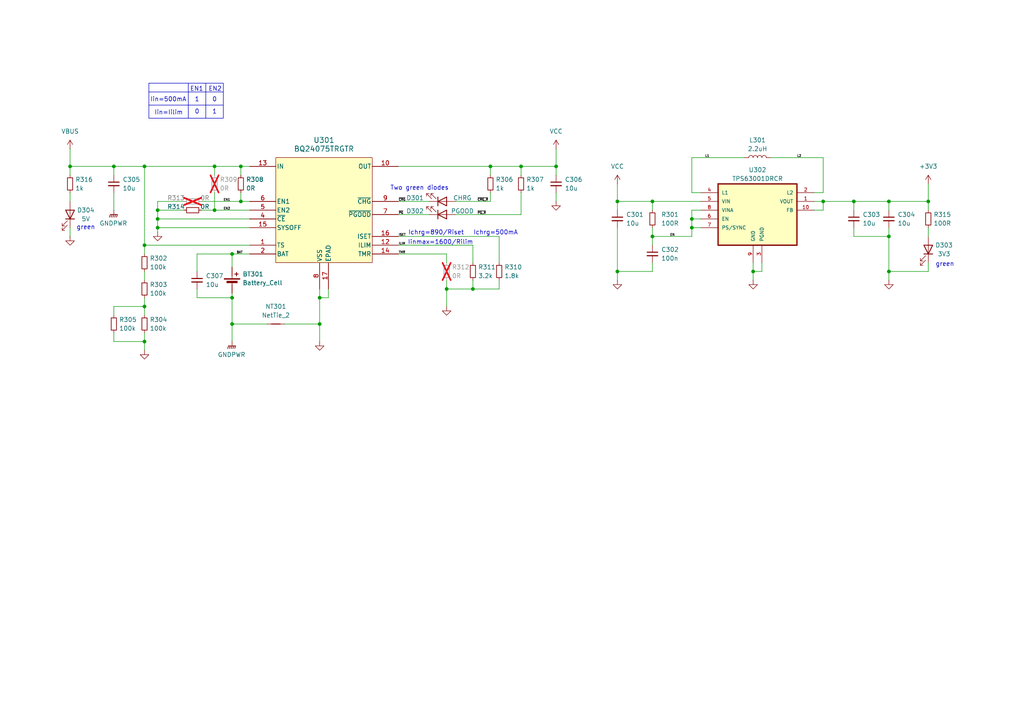
<source format=kicad_sch>
(kicad_sch (version 20231120) (generator "eeschema") (generator_version "8.0")
  (paper "A4")
  (title_block (title "SynchGaze - Transmiter") (date "2024-09-21") (rev "1.0") (company "WM"))
  (lib_symbols
    (symbol "BQ24075TRGTR:BQ24075TRGTR" (pin_names (offset 0.254))
      (property "Reference" "U" (at 0 17.018 0))
      (property "Value" "BQ24075TRGTR" (at 0 14.478 0))
      (symbol "BQ24075TRGTR_0_1"
        (pin bidirectional line (at -21.59 -12.7 0) (length 7.62) (name "TS") (number "1"))
        (pin output line (at 21.59 10.16 180) (length 7.62) (name "OUT") (number "10"))
        (pin output line (at 21.59 -12.7 180) (length 7.62) (name "ILIM") (number "12"))
        (pin input line (at -21.59 10.16 0) (length 7.62) (name "IN") (number "13"))
        (pin input line (at 21.59 -15.24 180) (length 7.62) (name "TMR") (number "14"))
        (pin input line (at -21.59 -7.62 0) (length 7.62) (name "SYSOFF") (number "15"))
        (pin bidirectional line (at 21.59 -10.16 180) (length 7.62) (name "ISET") (number "16"))
        (pin power_in line (at 1.27 -25.4 90) (length 7.62) (name "EPAD") (number "17"))
        (pin bidirectional line (at -21.59 -15.24 0) (length 7.62) (name "BAT") (number "2"))
        (pin input line (at -21.59 -2.54 0) (length 7.62) (name "EN2") (number "5"))
        (pin input line (at -21.59 0 0) (length 7.62) (name "EN1") (number "6"))
        (pin power_in line (at -1.27 -25.4 90) (length 7.62) (name "VSS") (number "8"))
      )
      (symbol "BQ24075TRGTR_1_1"
        (rectangle (start -13.97 12.7) (end 13.97 -17.78) (fill (type background)))
        (pin output line (at 21.59 10.16 180) (length 7.62) hide (name "OUT") (number "11"))
        (pin bidirectional line (at -21.59 -15.24 0) (length 7.62) hide (name "BAT") (number "3"))
        (pin input line (at -21.59 -5.08 0) (length 7.62) (name "~{CE}") (number "4"))
        (pin output line (at 21.59 -3.81 180) (length 7.62) (name "~{PGOOD}") (number "7"))
        (pin output line (at 21.59 0 180) (length 7.62) (name "~{CHG}") (number "9"))
      )
    )
    (symbol "Device:Battery_Cell" (pin_numbers hide) (pin_names (offset 0) hide)
      (property "Reference" "BT" (at 2.54 2.54 0))
      (property "Value" "Battery_Cell" (at 2.54 0 0))
      (symbol "Battery_Cell_0_1"
        (rectangle (start -2.286 1.778) (end 2.286 1.524) (fill (type outline)))
        (rectangle (start -1.524 1.016) (end 1.524 0.508) (fill (type outline)))
        (polyline (pts (xy 0 0.762) (xy 0 0)))
        (polyline (pts (xy 0 1.778) (xy 0 2.54)))
        (polyline (pts (xy 0.762 3.048) (xy 1.778 3.048)) (stroke (width 0.254)))
        (polyline (pts (xy 1.27 3.556) (xy 1.27 2.54)) (stroke (width 0.254)))
      )
      (symbol "Battery_Cell_1_1"
        (pin passive line (at 0 5.08 270) (length 2.54) (name "+") (number "1"))
        (pin passive line (at 0 -2.54 90) (length 2.54) (name "-") (number "2"))
      )
    )
    (symbol "Device:C_Small" (pin_numbers hide) (pin_names (offset 0.254) hide)
      (property "Reference" "C" (at 0.254 1.778 0))
      (property "Value" "C_Small" (at 0.254 -2.032 0))
      (symbol "C_Small_0_1"
        (polyline (pts (xy -1.524 -0.508) (xy 1.524 -0.508)) (stroke (width 0.3302)))
        (polyline (pts (xy -1.524 0.508) (xy 1.524 0.508)) (stroke (width 0.3048)))
      )
      (symbol "C_Small_1_1"
        (pin passive line (at 0 2.54 270) (length 2.032) (name "~") (number "1"))
        (pin passive line (at 0 -2.54 90) (length 2.032) (name "~") (number "2"))
      )
    )
    (symbol "Device:L" (pin_numbers hide) (pin_names (offset 1.016) hide)
      (property "Reference" "L" (at -1.27 0 90))
      (property "Value" "L" (at 1.905 0 90))
      (symbol "L_0_1"
        (arc (start 0 -2.54) (mid 0.6323 -1.905) (end 0 -1.27))
        (arc (start 0 -1.27) (mid 0.6323 -0.635) (end 0 0))
        (arc (start 0 0) (mid 0.6323 0.635) (end 0 1.27))
        (arc (start 0 1.27) (mid 0.6323 1.905) (end 0 2.54))
      )
      (symbol "L_1_1"
        (pin passive line (at 0 3.81 270) (length 1.27) (name "1") (number "1"))
        (pin passive line (at 0 -3.81 90) (length 1.27) (name "2") (number "2"))
      )
    )
    (symbol "Device:LED" (pin_numbers hide) (pin_names (offset 1.016) hide)
      (property "Reference" "D" (at 0 2.54 0))
      (property "Value" "LED" (at 0 -2.54 0))
      (symbol "LED_0_1"
        (polyline (pts (xy -1.27 -1.27) (xy -1.27 1.27)) (stroke (width 0.254)))
        (polyline (pts (xy -1.27 0) (xy 1.27 0)))
        (polyline (pts (xy 1.27 -1.27) (xy 1.27 1.27) (xy -1.27 0) (xy 1.27 -1.27)) (stroke (width 0.254)))
        (polyline (pts (xy -3.048 -0.762) (xy -4.572 -2.286) (xy -3.81 -2.286) (xy -4.572 -2.286) (xy -4.572 -1.524)))
        (polyline (pts (xy -1.778 -0.762) (xy -3.302 -2.286) (xy -2.54 -2.286) (xy -3.302 -2.286) (xy -3.302 -1.524)))
      )
      (symbol "LED_1_1"
        (pin passive line (at -3.81 0 0) (length 2.54) (name "K") (number "1"))
        (pin passive line (at 3.81 0 180) (length 2.54) (name "A") (number "2"))
      )
    )
    (symbol "Device:NetTie_2" (pin_numbers hide) (pin_names (offset 0) hide) (in_bom no)
      (property "Reference" "NT" (at 0 1.27 0))
      (property "Value" "NetTie_2" (at 0 -1.27 0))
      (symbol "NetTie_2_0_1"
        (polyline (pts (xy -1.27 0) (xy 1.27 0)) (stroke (width 0.254)))
      )
      (symbol "NetTie_2_1_1"
        (pin passive line (at -2.54 0 0) (length 2.54) (name "1") (number "1"))
        (pin passive line (at 2.54 0 180) (length 2.54) (name "2") (number "2"))
      )
    )
    (symbol "Device:R_Small" (pin_numbers hide) (pin_names (offset 0.254) hide)
      (property "Reference" "R" (at 0.762 0.508 0))
      (property "Value" "R_Small" (at 0.762 -1.016 0))
      (symbol "R_Small_0_1"
        (rectangle (start -0.762 1.778) (end 0.762 -1.778) (stroke (width 0.2032)))
      )
      (symbol "R_Small_1_1"
        (pin passive line (at 0 2.54 270) (length 0.762) (name "~") (number "1"))
        (pin passive line (at 0 -2.54 90) (length 0.762) (name "~") (number "2"))
      )
    )
    (symbol "TPS63001DRCR:TPS63001DRCR" (pin_names (offset 1.016))
      (property "Reference" "U" (at -11.43 9.89 0))
      (property "Value" "TPS63001DRCR" (at 3.556 -11.43 0))
      (symbol "TPS63001DRCR_0_0"
        (rectangle (start -11.43 8.89) (end 11.43 -8.89) (stroke (width 0.41)) (fill (type background)))
        (pin output line (at 16.51 3.81 180) (length 5.08) (name "VOUT") (number "1"))
        (pin input line (at 16.51 1.27 180) (length 5.08) (name "FB") (number "10"))
        (pin bidirectional line (at 16.51 6.35 180) (length 5.08) (name "L2") (number "2"))
        (pin power_in line (at 1.27 -13.97 90) (length 5.08) (name "PGND") (number "3"))
        (pin bidirectional line (at -16.51 6.35 0) (length 5.08) (name "L1") (number "4"))
        (pin input line (at -16.51 3.81 0) (length 5.08) (name "VIN") (number "5"))
        (pin input line (at -16.51 -1.27 0) (length 5.08) (name "EN") (number "6"))
        (pin input line (at -16.51 -3.81 0) (length 5.08) (name "PS/SYNC") (number "7"))
        (pin input line (at -16.51 1.27 0) (length 5.08) (name "VINA") (number "8"))
        (pin power_in line (at -1.27 -13.97 90) (length 5.08) (name "GND") (number "9"))
      )
      (symbol "TPS63001DRCR_1_0"
        (pin bidirectional line (at -1.27 -13.97 90) (length 5.08) hide (name "POWER_PAD") (number "11"))
      )
    )
    (symbol "power:+3V3" (power) (pin_numbers hide) (pin_names (offset 0) hide)
      (property "Value" "+3V3" (at 0 3.556 0))
      (symbol "+3V3_0_1"
        (polyline (pts (xy -0.762 1.27) (xy 0 2.54)))
        (polyline (pts (xy 0 0) (xy 0 2.54)))
        (polyline (pts (xy 0 2.54) (xy 0.762 1.27)))
      )
      (symbol "+3V3_1_1"
        (pin power_in line (at 0 0 90) (length 0) (name "~") (number "1"))
      )
    )
    (symbol "power:GND" (power) (pin_numbers hide) (pin_names (offset 0) hide)
      (property "Value" "GND" (at 0 -3.81 0))
      (symbol "GND_0_1"
        (polyline (pts (xy 0 0) (xy 0 -1.27) (xy 1.27 -1.27) (xy 0 -2.54) (xy -1.27 -1.27) (xy 0 -1.27)))
      )
      (symbol "GND_1_1"
        (pin power_in line (at 0 0 270) (length 0) (name "~") (number "1"))
      )
    )
    (symbol "power:GNDPWR" (power) (pin_numbers hide) (pin_names (offset 0) hide)
      (property "Value" "GNDPWR" (at 0 -3.302 0))
      (symbol "GNDPWR_0_1"
        (polyline (pts (xy 0 -1.27) (xy 0 0)))
        (polyline (pts (xy -1.016 -1.27) (xy -1.27 -2.032) (xy -1.27 -2.032)) (stroke (width 0.2032)))
        (polyline (pts (xy -0.508 -1.27) (xy -0.762 -2.032) (xy -0.762 -2.032)) (stroke (width 0.2032)))
        (polyline (pts (xy 0 -1.27) (xy -0.254 -2.032) (xy -0.254 -2.032)) (stroke (width 0.2032)))
        (polyline (pts (xy 0.508 -1.27) (xy 0.254 -2.032) (xy 0.254 -2.032)) (stroke (width 0.2032)))
        (polyline (pts (xy 1.016 -1.27) (xy -1.016 -1.27) (xy -1.016 -1.27)) (stroke (width 0.2032)))
        (polyline (pts (xy 1.016 -1.27) (xy 0.762 -2.032) (xy 0.762 -2.032) (xy 0.762 -2.032)) (stroke (width 0.2032)))
      )
      (symbol "GNDPWR_1_1"
        (pin power_in line (at 0 0 270) (length 0) (name "~") (number "1"))
      )
    )
    (symbol "power:VBUS" (power) (pin_numbers hide) (pin_names (offset 0) hide)
      (property "Value" "VBUS" (at 0 3.556 0))
      (symbol "VBUS_0_1"
        (polyline (pts (xy -0.762 1.27) (xy 0 2.54)))
        (polyline (pts (xy 0 0) (xy 0 2.54)))
        (polyline (pts (xy 0 2.54) (xy 0.762 1.27)))
      )
      (symbol "VBUS_1_1"
        (pin power_in line (at 0 0 90) (length 0) (name "~") (number "1"))
      )
    )
    (symbol "power:VCC" (power) (pin_numbers hide) (pin_names (offset 0) hide)
      (property "Value" "VCC" (at 0 3.556 0))
      (symbol "VCC_0_1"
        (polyline (pts (xy -0.762 1.27) (xy 0 2.54)))
        (polyline (pts (xy 0 0) (xy 0 2.54)))
        (polyline (pts (xy 0 2.54) (xy 0.762 1.27)))
      )
      (symbol "VCC_1_1"
        (pin power_in line (at 0 0 90) (length 0) (name "~") (number "1"))
      )
    )
  )
  (junction (at 238.76 58.42))
  (junction (at 179.07 58.42))
  (junction (at 257.81 58.42))
  (junction (at 33.02 48.26))
  (junction (at 45.72 60.96))
  (junction (at 69.85 58.42))
  (junction (at 62.23 48.26))
  (junction (at 62.23 60.96))
  (junction (at 189.23 58.42))
  (junction (at 20.32 48.26))
  (junction (at 218.44 78.74))
  (junction (at 179.07 78.74))
  (junction (at 41.91 48.26))
  (junction (at 189.23 68.58))
  (junction (at 92.71 93.98))
  (junction (at 67.31 86.36))
  (junction (at 151.13 48.26))
  (junction (at 69.85 48.26))
  (junction (at 41.91 88.9))
  (junction (at 45.72 66.04))
  (junction (at 41.91 71.12))
  (junction (at 45.72 63.5))
  (junction (at 200.66 63.5))
  (junction (at 67.31 73.66))
  (junction (at 257.81 78.74))
  (junction (at 257.81 68.58))
  (junction (at 269.24 58.42))
  (junction (at 137.16 83.82))
  (junction (at 200.66 66.04))
  (junction (at 41.91 99.06))
  (junction (at 92.71 86.36))
  (junction (at 161.29 48.26))
  (junction (at 247.65 58.42))
  (junction (at 142.24 48.26))
  (junction (at 67.31 93.98))
  (junction (at 129.54 83.82))
  (wire (pts (xy 269.24 58.42) (xy 269.24 53.34)))
  (wire (pts (xy 132.08 62.23) (xy 151.13 62.23)))
  (wire (pts (xy 269.24 58.42) (xy 269.24 60.96)))
  (wire (pts (xy 67.31 73.66) (xy 67.31 77.47)))
  (wire (pts (xy 151.13 48.26) (xy 142.24 48.26)))
  (wire (pts (xy 33.02 48.26) (xy 33.02 50.8)))
  (wire (pts (xy 67.31 73.66) (xy 72.39 73.66)))
  (wire (pts (xy 20.32 48.26) (xy 20.32 50.8)))
  (wire (pts (xy 238.76 58.42) (xy 247.65 58.42)))
  (wire (pts (xy 67.31 86.36) (xy 67.31 85.09)))
  (wire (pts (xy 58.42 60.96) (xy 62.23 60.96)))
  (wire (pts (xy 41.91 48.26) (xy 62.23 48.26)))
  (wire (pts (xy 161.29 58.42) (xy 161.29 55.88)))
  (polyline (pts (xy 64.77 24.13) (xy 54.61 24.13)))
  (wire (pts (xy 45.72 63.5) (xy 72.39 63.5)))
  (polyline (pts (xy 43.18 34.29) (xy 64.77 34.29)))
  (wire (pts (xy 220.98 78.74) (xy 218.44 78.74)))
  (wire (pts (xy 41.91 71.12) (xy 72.39 71.12)))
  (wire (pts (xy 257.81 58.42) (xy 257.81 60.96)))
  (wire (pts (xy 57.15 78.74) (xy 57.15 73.66)))
  (wire (pts (xy 247.65 58.42) (xy 257.81 58.42)))
  (wire (pts (xy 129.54 83.82) (xy 129.54 81.28)))
  (polyline (pts (xy 54.61 24.13) (xy 54.61 34.29)))
  (wire (pts (xy 67.31 99.06) (xy 67.31 93.98)))
  (wire (pts (xy 220.98 76.2) (xy 220.98 78.74)))
  (wire (pts (xy 236.22 58.42) (xy 238.76 58.42)))
  (wire (pts (xy 20.32 48.26) (xy 33.02 48.26)))
  (wire (pts (xy 20.32 68.58) (xy 20.32 66.04)))
  (wire (pts (xy 57.15 83.82) (xy 57.15 86.36)))
  (wire (pts (xy 41.91 101.6) (xy 41.91 99.06)))
  (wire (pts (xy 45.72 66.04) (xy 45.72 67.31)))
  (wire (pts (xy 161.29 43.18) (xy 161.29 48.26)))
  (wire (pts (xy 179.07 53.34) (xy 179.07 58.42)))
  (wire (pts (xy 137.16 76.2) (xy 137.16 71.12)))
  (wire (pts (xy 257.81 78.74) (xy 269.24 78.74)))
  (wire (pts (xy 62.23 60.96) (xy 72.39 60.96)))
  (wire (pts (xy 33.02 91.44) (xy 33.02 88.9)))
  (wire (pts (xy 41.91 88.9) (xy 41.91 86.36)))
  (wire (pts (xy 238.76 45.72) (xy 223.52 45.72)))
  (wire (pts (xy 247.65 68.58) (xy 257.81 68.58)))
  (wire (pts (xy 179.07 58.42) (xy 179.07 60.96)))
  (wire (pts (xy 58.42 58.42) (xy 69.85 58.42)))
  (wire (pts (xy 200.66 66.04) (xy 203.2 66.04)))
  (wire (pts (xy 151.13 62.23) (xy 151.13 55.88)))
  (wire (pts (xy 115.57 73.66) (xy 129.54 73.66)))
  (wire (pts (xy 247.65 66.04) (xy 247.65 68.58)))
  (wire (pts (xy 269.24 58.42) (xy 257.81 58.42)))
  (wire (pts (xy 189.23 71.12) (xy 189.23 68.58)))
  (wire (pts (xy 179.07 58.42) (xy 189.23 58.42)))
  (wire (pts (xy 203.2 60.96) (xy 200.66 60.96)))
  (wire (pts (xy 200.66 55.88) (xy 200.66 45.72)))
  (polyline (pts (xy 43.18 24.13) (xy 43.18 34.29)))
  (wire (pts (xy 247.65 58.42) (xy 247.65 60.96)))
  (wire (pts (xy 203.2 55.88) (xy 200.66 55.88)))
  (wire (pts (xy 179.07 78.74) (xy 189.23 78.74)))
  (wire (pts (xy 45.72 58.42) (xy 45.72 60.96)))
  (wire (pts (xy 137.16 83.82) (xy 129.54 83.82)))
  (wire (pts (xy 95.25 83.82) (xy 95.25 86.36)))
  (wire (pts (xy 236.22 60.96) (xy 238.76 60.96)))
  (wire (pts (xy 57.15 73.66) (xy 67.31 73.66)))
  (polyline (pts (xy 43.18 26.67) (xy 64.77 26.67)))
  (wire (pts (xy 132.08 58.42) (xy 142.24 58.42)))
  (wire (pts (xy 115.57 68.58) (xy 144.78 68.58)))
  (wire (pts (xy 69.85 58.42) (xy 69.85 55.88)))
  (wire (pts (xy 45.72 66.04) (xy 72.39 66.04)))
  (wire (pts (xy 189.23 58.42) (xy 203.2 58.42)))
  (polyline (pts (xy 43.18 30.48) (xy 64.77 30.48)))
  (wire (pts (xy 41.91 91.44) (xy 41.91 88.9)))
  (polyline (pts (xy 64.77 26.67) (xy 64.77 34.29)))
  (wire (pts (xy 257.81 81.28) (xy 257.81 78.74)))
  (wire (pts (xy 236.22 55.88) (xy 238.76 55.88)))
  (wire (pts (xy 33.02 99.06) (xy 41.91 99.06)))
  (wire (pts (xy 161.29 48.26) (xy 151.13 48.26)))
  (wire (pts (xy 95.25 86.36) (xy 92.71 86.36)))
  (wire (pts (xy 257.81 78.74) (xy 257.81 68.58)))
  (wire (pts (xy 142.24 58.42) (xy 142.24 55.88)))
  (wire (pts (xy 92.71 86.36) (xy 92.71 83.82)))
  (wire (pts (xy 62.23 55.88) (xy 62.23 60.96)))
  (wire (pts (xy 62.23 48.26) (xy 69.85 48.26)))
  (wire (pts (xy 144.78 83.82) (xy 137.16 83.82)))
  (wire (pts (xy 218.44 81.28) (xy 218.44 78.74)))
  (wire (pts (xy 41.91 48.26) (xy 41.91 71.12)))
  (wire (pts (xy 144.78 81.28) (xy 144.78 83.82)))
  (wire (pts (xy 45.72 60.96) (xy 53.34 60.96)))
  (wire (pts (xy 115.57 62.23) (xy 124.46 62.23)))
  (wire (pts (xy 144.78 68.58) (xy 144.78 76.2)))
  (wire (pts (xy 189.23 78.74) (xy 189.23 76.2)))
  (wire (pts (xy 151.13 50.8) (xy 151.13 48.26)))
  (wire (pts (xy 269.24 66.04) (xy 269.24 68.58)))
  (polyline (pts (xy 59.69 24.13) (xy 59.69 34.29)))
  (wire (pts (xy 218.44 78.74) (xy 218.44 76.2)))
  (wire (pts (xy 33.02 48.26) (xy 41.91 48.26)))
  (wire (pts (xy 20.32 43.18) (xy 20.32 48.26)))
  (wire (pts (xy 115.57 71.12) (xy 137.16 71.12)))
  (wire (pts (xy 200.66 66.04) (xy 200.66 68.58)))
  (wire (pts (xy 69.85 48.26) (xy 69.85 50.8)))
  (polyline (pts (xy 54.61 24.13) (xy 43.18 24.13)))
  (wire (pts (xy 20.32 55.88) (xy 20.32 58.42)))
  (wire (pts (xy 200.66 63.5) (xy 200.66 66.04)))
  (wire (pts (xy 67.31 93.98) (xy 67.31 86.36)))
  (wire (pts (xy 33.02 60.96) (xy 33.02 55.88)))
  (wire (pts (xy 41.91 71.12) (xy 41.91 73.66)))
  (wire (pts (xy 41.91 78.74) (xy 41.91 81.28)))
  (wire (pts (xy 189.23 58.42) (xy 189.23 60.96)))
  (wire (pts (xy 257.81 68.58) (xy 257.81 66.04)))
  (wire (pts (xy 82.55 93.98) (xy 92.71 93.98)))
  (wire (pts (xy 45.72 63.5) (xy 45.72 66.04)))
  (wire (pts (xy 142.24 50.8) (xy 142.24 48.26)))
  (wire (pts (xy 142.24 48.26) (xy 115.57 48.26)))
  (wire (pts (xy 179.07 78.74) (xy 179.07 66.04)))
  (wire (pts (xy 179.07 81.28) (xy 179.07 78.74)))
  (wire (pts (xy 124.46 58.42) (xy 115.57 58.42)))
  (wire (pts (xy 200.66 45.72) (xy 215.9 45.72)))
  (wire (pts (xy 137.16 81.28) (xy 137.16 83.82)))
  (wire (pts (xy 92.71 93.98) (xy 92.71 86.36)))
  (wire (pts (xy 41.91 99.06) (xy 41.91 96.52)))
  (polyline (pts (xy 64.77 24.13) (xy 64.77 26.67)))
  (wire (pts (xy 269.24 76.2) (xy 269.24 78.74)))
  (wire (pts (xy 161.29 48.26) (xy 161.29 50.8)))
  (wire (pts (xy 45.72 58.42) (xy 53.34 58.42)))
  (wire (pts (xy 67.31 93.98) (xy 77.47 93.98)))
  (wire (pts (xy 238.76 55.88) (xy 238.76 45.72)))
  (wire (pts (xy 33.02 96.52) (xy 33.02 99.06)))
  (wire (pts (xy 45.72 60.96) (xy 45.72 63.5)))
  (wire (pts (xy 57.15 86.36) (xy 67.31 86.36)))
  (wire (pts (xy 189.23 68.58) (xy 189.23 66.04)))
  (wire (pts (xy 62.23 48.26) (xy 62.23 50.8)))
  (wire (pts (xy 72.39 58.42) (xy 69.85 58.42)))
  (wire (pts (xy 92.71 99.06) (xy 92.71 93.98)))
  (wire (pts (xy 129.54 76.2) (xy 129.54 73.66)))
  (wire (pts (xy 129.54 88.9) (xy 129.54 83.82)))
  (wire (pts (xy 189.23 68.58) (xy 200.66 68.58)))
  (wire (pts (xy 200.66 63.5) (xy 203.2 63.5)))
  (wire (pts (xy 69.85 48.26) (xy 72.39 48.26)))
  (wire (pts (xy 238.76 60.96) (xy 238.76 58.42)))
  (wire (pts (xy 33.02 88.9) (xy 41.91 88.9)))
  (wire (pts (xy 200.66 60.96) (xy 200.66 63.5)))
  (text "Iin=500mA" (at 54.102 28.956 0) (effects (font (size 1.27 1.27)) (justify right)))
  (text "green" (at 274.066 76.708 0) (effects (font (size 1.27 1.27))))
  (text "EN1" (at 55.118 25.908 0) (effects (font (size 1.27 1.27)) (justify left)))
  (text "EN2" (at 60.452 25.908 0) (effects (font (size 1.27 1.27)) (justify left)))
  (text "Iin=Iilim" (at 53.086 32.766 0) (effects (font (size 1.27 1.27)) (justify right)))
  (text "0" (at 62.23 28.956 0) (effects (font (size 1.27 1.27))))
  (text "1" (at 57.15 28.956 0) (effects (font (size 1.27 1.27))))
  (text "Iinmax=1600/Rilim" (at 127.762 70.358 0) (effects (font (size 1.27 1.27))))
  (text "Ichrg=500mA" (at 143.764 67.564 0) (effects (font (size 1.27 1.27))))
  (text "green" (at 24.892 66.04 0) (effects (font (size 1.27 1.27))))
  (text "Ichrg=890/Riset" (at 126.492 67.564 0) (effects (font (size 1.27 1.27))))
  (text "1" (at 62.23 32.512 0) (effects (font (size 1.27 1.27))))
  (text "Two green diodes" (at 121.666 54.61 0) (effects (font (size 1.27 1.27))))
  (text "0" (at 57.15 32.512 0) (effects (font (size 1.27 1.27))))
  (label "EN2" (at 64.77 60.96 0) (effects (font (size 0.635 0.635))))
  (label "TMR" (at 115.57 73.66 0) (effects (font (size 0.635 0.635))))
  (label "L1" (at 204.47 45.72 0) (effects (font (size 0.635 0.635))))
  (label "~{CRG_R}" (at 138.43 58.42 0) (effects (font (size 0.635 0.635))))
  (label "~{PG}" (at 115.57 62.23 0) (effects (font (size 0.635 0.635))))
  (label "BAT" (at 68.58 73.66 0) (effects (font (size 0.635 0.635))))
  (label "ISET" (at 115.57 68.58 0) (effects (font (size 0.635 0.635))))
  (label "~{PG_R}" (at 138.43 62.23 0) (effects (font (size 0.635 0.635))))
  (label "~{CRG}" (at 115.57 58.42 0) (effects (font (size 0.635 0.635))))
  (label "EN1" (at 64.77 58.42 0) (effects (font (size 0.635 0.635))))
  (label "ILIM" (at 115.57 71.12 0) (effects (font (size 0.635 0.635))))
  (label "EN" (at 194.31 68.58 0) (effects (font (size 0.635 0.635))))
  (label "L2" (at 231.14 45.72 0) (effects (font (size 0.635 0.635))))
  (symbol (lib_id "power:VCC") (at 179.07 53.34 0) (unit 1)
    (property "Reference" "#PWR0312" (effects (hide yes)))
    (property "Value" "VCC" (at 179.07 48.26 0))
    (property "Description" "Power symbol creates a global label with name \"VCC\"" (effects (hide yes)))
  )
  (symbol (lib_id "Device:C_Small") (at 33.02 53.34 0) (unit 1)
    (property "Reference" "C305" (at 35.56 52.0762 0) (effects (justify left)))
    (property "Value" "10u" (at 35.56 54.6162 0) (effects (justify left)))
    (property "Footprint" "Capacitor_SMD:C_1206_3216Metric" (effects (hide yes)))
    (property "Description" "Unpolarized capacitor, small symbol" (effects (hide yes)))
    (property "Manufacturer" "Samsung Electro-Mechanics" (effects (hide yes)))
    (property "Manufacturer Part Number" "CL31B106KAHNFNE" (effects (hide yes)))
    (property "Mouser" "https://www.mouser.pl/ProductDetail/Samsung-Electro-Mechanics/CL31B106KAHNFNE?qs=xZ%2FP%252Ba9zWqbvZ%2FuLWvQDdQ%3D%3D" (effects (hide yes)))
  )
  (symbol (lib_id "power:GND") (at 218.44 81.28 0) (unit 1)
    (property "Reference" "#PWR0304" (effects (hide yes)))
    (property "Value" "GND" (effects (hide yes)))
    (property "Description" "Power symbol creates a global label with name \"GND\" , ground" (effects (hide yes)))
  )
  (symbol (lib_id "Device:R_Small") (at 137.16 78.74 0) (unit 1)
    (property "Reference" "R311" (at 138.684 77.47 0) (effects (justify left)))
    (property "Value" "3.2k" (at 138.684 80.01 0) (effects (justify left)))
    (property "Footprint" "Resistor_SMD:R_0402_1005Metric" (effects (hide yes)))
    (property "Description" "Resistor, small symbol" (effects (hide yes)))
    (property "Manufacturer" "YAGEO" (effects (hide yes)))
    (property "Manufacturer Part Number" "RT0402DRE073K2L" (effects (hide yes)))
    (property "Mouser" "https://www.mouser.pl/ProductDetail/YAGEO/RT0402DRE073K2L?qs=sGAEpiMZZMvdGkrng054twU%252BIGYcbih3ZIG4YLmJhDaobAi8Ih5j5Q%3D%3D" (effects (hide yes)))
  )
  (symbol (lib_id "Device:R_Small") (at 33.02 93.98 0) (unit 1)
    (property "Reference" "R305" (at 34.544 92.71 0) (effects (justify left)))
    (property "Value" "100k" (at 34.544 95.25 0) (effects (justify left)))
    (property "Footprint" "Resistor_SMD:R_0402_1005Metric" (effects (hide yes)))
    (property "Description" "Resistor, small symbol" (effects (hide yes)))
    (property "Manufacturer" "Walsin" (effects (hide yes)))
    (property "Manufacturer Part Number" "WR04X104 JTL" (effects (hide yes)))
    (property "Mouser" "https://www.mouser.pl/ProductDetail/Walsin/WR04X104-JTL?qs=1w%252B2sDiFrrF3PzIH6ZC8tw%3D%3D" (effects (hide yes)))
  )
  (symbol (lib_id "Device:C_Small") (at 189.23 73.66 0) (unit 1)
    (property "Reference" "C302" (at 191.77 72.3962 0) (effects (justify left)))
    (property "Value" "100n" (at 191.77 74.9362 0) (effects (justify left)))
    (property "Footprint" "Capacitor_SMD:C_0402_1005Metric" (effects (hide yes)))
    (property "Description" "Unpolarized capacitor, small symbol" (effects (hide yes)))
    (property "Manufacturer" "Samsung Electro-Mechanics" (effects (hide yes)))
    (property "Manufacturer Part Number" "BQ24075TRGTR" (effects (hide yes)))
    (property "Mouser" "https://www.mouser.pl/ProductDetail/Samsung-Electro-Mechanics/CL05B104JO5NNNC?qs=X6jEic%2FHinBQuzCETW%2FVcw%3D%3D" (effects (hide yes)))
  )
  (symbol (lib_id "Device:R_Small") (at 55.88 58.42 90) (unit 1) (dnp yes)
    (property "Reference" "R313" (at 51.054 57.404 90))
    (property "Value" "0R" (at 59.436 57.404 90))
    (property "Footprint" "Resistor_SMD:R_0402_1005Metric" (effects (hide yes)))
    (property "Description" "Resistor, small symbol" (effects (hide yes)))
    (property "Manufacturer" "YAGEO" (effects (hide yes)))
    (property "Manufacturer Part Number" "RC0402JR-070RP" (effects (hide yes)))
    (property "Mouser" "https://www.mouser.pl/ProductDetail/YAGEO/RC0402JR-070RP?qs=sGAEpiMZZMtlubZbdhIBINt%2Ft6Hry3%2FBkzFf99agDSE%3D" (effects (hide yes)))
  )
  (symbol (lib_id "Device:LED") (at 20.32 62.23 270) (mirror x) (unit 1)
    (property "Reference" "D304" (at 24.892 60.96 90))
    (property "Value" "5V" (at 24.892 63.5 90))
    (property "Footprint" "LED_SMD:LED_0603_1608Metric" (effects (hide yes)))
    (property "Description" "Light emitting diode" (effects (hide yes)))
    (property "Manufacturer" "Lite-On" (effects (hide yes)))
    (property "Manufacturer Part Number" " LTST-C190GKT" (effects (hide yes)))
    (property "Mouser" "https://www.mouser.pl/ProductDetail/Lite-On/LTST-C190GKT?qs=drxkyCeiWgbQzclgbojDOg%3D%3D" (effects (hide yes)))
  )
  (symbol (lib_id "power:GND") (at 92.71 99.06 0) (unit 1)
    (property "Reference" "#PWR0311" (effects (hide yes)))
    (property "Value" "GND" (effects (hide yes)))
    (property "Description" "Power symbol creates a global label with name \"GND\" , ground" (effects (hide yes)))
  )
  (symbol (lib_id "Device:NetTie_2") (at 80.01 93.98 0) (unit 1) (in_bom no)
    (property "Reference" "NT301" (at 80.01 88.9 0))
    (property "Value" "NetTie_2" (at 80.01 91.44 0))
    (property "Footprint" "NetTie:NetTie-2_SMD_0.4mm" (effects (hide yes)))
    (property "Description" "Connecting BatGND with GND" (effects (hide yes)))
  )
  (symbol (lib_id "Device:R_Small") (at 142.24 53.34 0) (unit 1)
    (property "Reference" "R306" (at 143.764 52.07 0) (effects (justify left)))
    (property "Value" "1k" (at 143.764 54.61 0) (effects (justify left)))
    (property "Footprint" "Resistor_SMD:R_0402_1005Metric" (effects (hide yes)))
    (property "Description" "Resistor, small symbol" (effects (hide yes)))
    (property "Manufacturer" "YAGEO" (effects (hide yes)))
    (property "Manufacturer Part Number" "RT0402FRE071KL" (effects (hide yes)))
    (property "Mouser" "https://www.mouser.pl/ProductDetail/YAGEO/RT0402FRE071KL?qs=sGAEpiMZZMvdGkrng054t%252BKCHBXLTLydN%2F0aMv8%252B%252Bbw%3D" (effects (hide yes)))
  )
  (symbol (lib_id "Device:R_Small") (at 62.23 53.34 0) (unit 1) (dnp yes)
    (property "Reference" "R309" (at 63.754 52.07 0) (effects (justify left)))
    (property "Value" "0R" (at 63.754 54.61 0) (effects (justify left)))
    (property "Footprint" "Resistor_SMD:R_0402_1005Metric" (effects (hide yes)))
    (property "Description" "Resistor, small symbol" (effects (hide yes)))
    (property "Manufacturer" "YAGEO" (effects (hide yes)))
    (property "Manufacturer Part Number" "RC0402JR-070RP" (effects (hide yes)))
    (property "Mouser" "https://www.mouser.pl/ProductDetail/YAGEO/RC0402JR-070RP?qs=sGAEpiMZZMtlubZbdhIBINt%2Ft6Hry3%2FBkzFf99agDSE%3D" (effects (hide yes)))
  )
  (symbol (lib_id "Device:R_Small") (at 41.91 83.82 0) (unit 1)
    (property "Reference" "R303" (at 43.434 82.55 0) (effects (justify left)))
    (property "Value" "100k" (at 43.434 85.09 0) (effects (justify left)))
    (property "Footprint" "Resistor_SMD:R_0402_1005Metric" (effects (hide yes)))
    (property "Description" "Resistor, small symbol" (effects (hide yes)))
    (property "Manufacturer" "Walsin" (effects (hide yes)))
    (property "Manufacturer Part Number" "WR04X104 JTL" (effects (hide yes)))
    (property "Mouser" "https://www.mouser.pl/ProductDetail/Walsin/WR04X104-JTL?qs=1w%252B2sDiFrrF3PzIH6ZC8tw%3D%3D" (effects (hide yes)))
  )
  (symbol (lib_id "Device:C_Small") (at 179.07 63.5 0) (unit 1)
    (property "Reference" "C301" (at 181.61 62.2362 0) (effects (justify left)))
    (property "Value" "10u" (at 181.61 64.7762 0) (effects (justify left)))
    (property "Footprint" "Capacitor_SMD:C_1206_3216Metric" (effects (hide yes)))
    (property "Description" "Unpolarized capacitor, small symbol" (effects (hide yes)))
    (property "Manufacturer" "Samsung Electro-Mechanics" (effects (hide yes)))
    (property "Manufacturer Part Number" "CL31B106KAHNFNE" (effects (hide yes)))
    (property "Mouser" "https://www.mouser.pl/ProductDetail/Samsung-Electro-Mechanics/CL31B106KAHNFNE?qs=xZ%2FP%252Ba9zWqbvZ%2FuLWvQDdQ%3D%3D" (effects (hide yes)))
  )
  (symbol (lib_id "power:VBUS") (at 20.32 43.18 0) (unit 1)
    (property "Reference" "#PWR0305" (effects (hide yes)))
    (property "Value" "VBUS" (at 20.32 38.1 0))
    (property "Description" "Power symbol creates a global label with name \"VBUS\"" (effects (hide yes)))
  )
  (symbol (lib_id "Device:R_Small") (at 189.23 63.5 0) (unit 1)
    (property "Reference" "R301" (at 191.77 62.2299 0) (effects (justify left)))
    (property "Value" "100R" (at 191.77 64.7699 0) (effects (justify left)))
    (property "Footprint" "Resistor_SMD:R_0402_1005Metric" (effects (hide yes)))
    (property "Description" "Resistor, small symbol" (effects (hide yes)))
    (property "Manufacturer" "YAGEO" (effects (hide yes)))
    (property "Manufacturer Part Number" "RC0402JR-07100RP" (effects (hide yes)))
    (property "Mouser" "https://www.mouser.pl/ProductDetail/YAGEO/RC0402JR-07100RP?qs=oypCK0zG327dOPz2698Mug%3D%3D" (effects (hide yes)))
  )
  (symbol (lib_id "Device:C_Small") (at 247.65 63.5 0) (unit 1)
    (property "Reference" "C303" (at 250.19 62.2362 0) (effects (justify left)))
    (property "Value" "10u" (at 250.19 64.7762 0) (effects (justify left)))
    (property "Footprint" "Capacitor_SMD:C_1206_3216Metric" (effects (hide yes)))
    (property "Description" "Unpolarized capacitor, small symbol" (effects (hide yes)))
    (property "Manufacturer" "Samsung Electro-Mechanics" (effects (hide yes)))
    (property "Manufacturer Part Number" "CL31B106KAHNFNE" (effects (hide yes)))
    (property "Mouser" "https://www.mouser.pl/ProductDetail/Samsung-Electro-Mechanics/CL31B106KAHNFNE?qs=xZ%2FP%252Ba9zWqbvZ%2FuLWvQDdQ%3D%3D" (effects (hide yes)))
  )
  (symbol (lib_id "power:VCC") (at 161.29 43.18 0) (unit 1)
    (property "Reference" "#PWR0310" (effects (hide yes)))
    (property "Value" "VCC" (at 161.29 38.1 0))
    (property "Description" "Power symbol creates a global label with name \"VCC\"" (effects (hide yes)))
  )
  (symbol (lib_id "power:GND") (at 257.81 81.28 0) (unit 1)
    (property "Reference" "#PWR0301" (effects (hide yes)))
    (property "Value" "GND" (effects (hide yes)))
    (property "Description" "Power symbol creates a global label with name \"GND\" , ground" (effects (hide yes)))
  )
  (symbol (lib_id "BQ24075TRGTR:BQ24075TRGTR") (at 93.98 58.42 0) (unit 1)
    (property "Reference" "U301" (at 93.98 40.64 0) (effects (font (size 1.524 1.524))))
    (property "Value" "BQ24075TRGTR" (at 93.98 43.18 0) (effects (font (size 1.524 1.524))))
    (property "Footprint" "BQ24075TRGTR:BQ24075TRGTR" (effects (hide yes)))
    (property "Datasheet" "https://www.ti.com/lit/ds/symlink/bq24075t.pdf?ts=1721406247361&ref_url=https%253A%252F%252Fwww.mouser.pl%252F" (effects (hide yes)))
    (property "Mouser" "https://www.mouser.pl/ProductDetail/Texas-Instruments/BQ24075TRGTR?qs=%2Fqzd9s%252BcLd4uxZAT5jNskQ%3D%3D" (effects (hide yes)))
    (property "Manufacturer" "Texas Instruments" (effects (hide yes)))
    (property "Manufacturer Part Number" "BQ24075TRGTR" (effects (hide yes)))
  )
  (symbol (lib_id "power:GND") (at 41.91 101.6 0) (unit 1)
    (property "Reference" "#PWR0307" (effects (hide yes)))
    (property "Value" "GND" (effects (hide yes)))
    (property "Description" "Power symbol creates a global label with name \"GND\" , ground" (effects (hide yes)))
  )
  (symbol (lib_id "Device:R_Small") (at 69.85 53.34 0) (unit 1)
    (property "Reference" "R308" (at 71.374 52.07 0) (effects (justify left)))
    (property "Value" "0R" (at 71.374 54.61 0) (effects (justify left)))
    (property "Footprint" "Resistor_SMD:R_0402_1005Metric" (effects (hide yes)))
    (property "Description" "Resistor, small symbol" (effects (hide yes)))
    (property "Manufacturer" "YAGEO" (effects (hide yes)))
    (property "Manufacturer Part Number" "RC0402JR-070RP" (effects (hide yes)))
    (property "Mouser" "https://www.mouser.pl/ProductDetail/YAGEO/RC0402JR-070RP?qs=sGAEpiMZZMtlubZbdhIBINt%2Ft6Hry3%2FBkzFf99agDSE%3D" (effects (hide yes)))
  )
  (symbol (lib_id "Device:R_Small") (at 41.91 76.2 0) (unit 1)
    (property "Reference" "R302" (at 43.434 74.93 0) (effects (justify left)))
    (property "Value" "100k" (at 43.434 77.47 0) (effects (justify left)))
    (property "Footprint" "Resistor_SMD:R_0402_1005Metric" (effects (hide yes)))
    (property "Description" "Resistor, small symbol" (effects (hide yes)))
    (property "Manufacturer" "Walsin" (effects (hide yes)))
    (property "Manufacturer Part Number" "WR04X104 JTL" (effects (hide yes)))
    (property "Mouser" "https://www.mouser.pl/ProductDetail/Walsin/WR04X104-JTL?qs=1w%252B2sDiFrrF3PzIH6ZC8tw%3D%3D" (effects (hide yes)))
  )
  (symbol (lib_id "Device:R_Small") (at 144.78 78.74 0) (unit 1)
    (property "Reference" "R310" (at 146.304 77.47 0) (effects (justify left)))
    (property "Value" "1.8k" (at 146.304 80.01 0) (effects (justify left)))
    (property "Footprint" "Resistor_SMD:R_0402_1005Metric" (effects (hide yes)))
    (property "Description" "Resistor, small symbol" (effects (hide yes)))
    (property "Manufacturer" "YAGEO" (effects (hide yes)))
    (property "Manufacturer Part Number" "RT0402FRE071K8L" (effects (hide yes)))
    (property "Mouser" "https://www.mouser.pl/ProductDetail/YAGEO/RT0402FRE071K8L?qs=sGAEpiMZZMvdGkrng054t%252BSYh%252B1gqt95YMLSYAXCfag%3D" (effects (hide yes)))
  )
  (symbol (lib_id "Device:C_Small") (at 161.29 53.34 0) (unit 1)
    (property "Reference" "C306" (at 163.83 52.0762 0) (effects (justify left)))
    (property "Value" "10u" (at 163.83 54.6162 0) (effects (justify left)))
    (property "Footprint" "Capacitor_SMD:C_1206_3216Metric" (effects (hide yes)))
    (property "Description" "Unpolarized capacitor, small symbol" (effects (hide yes)))
    (property "Manufacturer" "Samsung Electro-Mechanics" (effects (hide yes)))
    (property "Manufacturer Part Number" "CL31B106KAHNFNE" (effects (hide yes)))
    (property "Mouser" "https://www.mouser.pl/ProductDetail/Samsung-Electro-Mechanics/CL31B106KAHNFNE?qs=xZ%2FP%252Ba9zWqbvZ%2FuLWvQDdQ%3D%3D" (effects (hide yes)))
  )
  (symbol (lib_id "Device:R_Small") (at 129.54 78.74 0) (unit 1) (dnp yes)
    (property "Reference" "R312" (at 131.064 77.47 0) (effects (justify left)))
    (property "Value" "0R" (at 131.064 80.01 0) (effects (justify left)))
    (property "Footprint" "Resistor_SMD:R_0402_1005Metric" (effects (hide yes)))
    (property "Description" "Resistor, small symbol" (effects (hide yes)))
    (property "Manufacturer" "YAGEO" (effects (hide yes)))
    (property "Manufacturer Part Number" "RC0402JR-070RP" (effects (hide yes)))
    (property "Mouser" "https://www.mouser.pl/ProductDetail/YAGEO/RC0402JR-070RP?qs=sGAEpiMZZMtlubZbdhIBINt%2Ft6Hry3%2FBkzFf99agDSE%3D" (effects (hide yes)))
  )
  (symbol (lib_id "Device:C_Small") (at 257.81 63.5 0) (unit 1)
    (property "Reference" "C304" (at 260.35 62.2362 0) (effects (justify left)))
    (property "Value" "10u" (at 260.35 64.7762 0) (effects (justify left)))
    (property "Footprint" "Capacitor_SMD:C_1206_3216Metric" (effects (hide yes)))
    (property "Description" "Unpolarized capacitor, small symbol" (effects (hide yes)))
    (property "Manufacturer" "Samsung Electro-Mechanics" (effects (hide yes)))
    (property "Manufacturer Part Number" "CL31B106KAHNFNE" (effects (hide yes)))
    (property "Mouser" "https://www.mouser.pl/ProductDetail/Samsung-Electro-Mechanics/CL31B106KAHNFNE?qs=xZ%2FP%252Ba9zWqbvZ%2FuLWvQDdQ%3D%3D" (effects (hide yes)))
  )
  (symbol (lib_id "power:GNDPWR") (at 33.02 60.96 0) (unit 1)
    (property "Reference" "#PWR0303" (effects (hide yes)))
    (property "Value" "GNDPWR" (at 32.893 64.77 0))
    (property "Description" "Power symbol creates a global label with name \"GNDPWR\" , global ground" (effects (hide yes)))
  )
  (symbol (lib_id "power:+3V3") (at 269.24 53.34 0) (unit 1)
    (property "Reference" "#PWR0306" (effects (hide yes)))
    (property "Value" "+3V3" (at 269.24 48.26 0))
    (property "Description" "Power symbol creates a global label with name \"+3V3\"" (effects (hide yes)))
  )
  (symbol (lib_id "Device:LED") (at 128.27 58.42 0) (mirror x) (unit 1)
    (property "Reference" "D301" (at 120.396 57.404 0))
    (property "Value" "CHRG" (at 134.112 57.404 0))
    (property "Footprint" "LED_SMD:LED_0603_1608Metric" (effects (hide yes)))
    (property "Description" "Light emitting diode" (effects (hide yes)))
    (property "Manufacturer" "Wurth Elektronik" (effects (hide yes)))
    (property "Manufacturer Part Number" "150060BS75000" (effects (hide yes)))
    (property "Mouser" "https://www.mouser.pl/ProductDetail/Wurth-Elektronik/150060BS75000?qs=LlUlMxKIyB2DLLpXQThavA%3D%3D" (effects (hide yes)))
  )
  (symbol (lib_id "Device:R_Small") (at 269.24 63.5 0) (unit 1)
    (property "Reference" "R315" (at 270.764 62.23 0) (effects (justify left)))
    (property "Value" "100R" (at 270.764 64.77 0) (effects (justify left)))
    (property "Footprint" "Resistor_SMD:R_0402_1005Metric" (effects (hide yes)))
    (property "Description" "Resistor, small symbol" (effects (hide yes)))
    (property "Manufacturer" "YAGEO" (effects (hide yes)))
    (property "Manufacturer Part Number" "RC0402JR-07100RP" (effects (hide yes)))
    (property "Mouser" "https://www.mouser.pl/ProductDetail/YAGEO/RC0402JR-07100RP?qs=oypCK0zG327dOPz2698Mug%3D%3D" (effects (hide yes)))
  )
  (symbol (lib_id "Device:C_Small") (at 57.15 81.28 0) (unit 1)
    (property "Reference" "C307" (at 59.69 80.0162 0) (effects (justify left)))
    (property "Value" "10u" (at 59.69 82.5562 0) (effects (justify left)))
    (property "Footprint" "Capacitor_SMD:C_0402_1005Metric" (effects (hide yes)))
    (property "Description" "Unpolarized capacitor, small symbol" (effects (hide yes)))
    (property "Manufacturer" "Murata Electronics" (effects (hide yes)))
    (property "Manufacturer Part Number" "GRM155R61A106ME11J" (effects (hide yes)))
    (property "Mouser" "https://www.mouser.pl/ProductDetail/Murata-Electronics/GRM155R61A106ME11J?qs=xZ%2FP%252Ba9zWqYqQ%2Fc%2FSDBphQ%3D%3D" (effects (hide yes)))
  )
  (symbol (lib_id "Device:R_Small") (at 55.88 60.96 90) (unit 1)
    (property "Reference" "R314" (at 51.054 59.944 90))
    (property "Value" "0R" (at 59.436 59.944 90))
    (property "Footprint" "Resistor_SMD:R_0402_1005Metric" (effects (hide yes)))
    (property "Description" "Resistor, small symbol" (effects (hide yes)))
    (property "Manufacturer" "YAGEO" (effects (hide yes)))
    (property "Manufacturer Part Number" "RC0402JR-070RP" (effects (hide yes)))
    (property "Mouser" "https://www.mouser.pl/ProductDetail/YAGEO/RC0402JR-070RP?qs=sGAEpiMZZMtlubZbdhIBINt%2Ft6Hry3%2FBkzFf99agDSE%3D" (effects (hide yes)))
  )
  (symbol (lib_id "Device:LED") (at 269.24 72.39 270) (mirror x) (unit 1)
    (property "Reference" "D303" (at 273.812 71.12 90))
    (property "Value" "3V3" (at 273.812 73.66 90))
    (property "Footprint" "LED_SMD:LED_0603_1608Metric" (effects (hide yes)))
    (property "Description" "Light emitting diode" (effects (hide yes)))
    (property "Manufacturer" "Lite-On" (effects (hide yes)))
    (property "Manufacturer Part Number" " LTST-C190GKT" (effects (hide yes)))
    (property "Mouser" "https://www.mouser.pl/ProductDetail/Lite-On/LTST-C190GKT?qs=drxkyCeiWgbQzclgbojDOg%3D%3D" (effects (hide yes)))
  )
  (symbol (lib_id "Device:R_Small") (at 20.32 53.34 0) (unit 1)
    (property "Reference" "R316" (at 21.844 52.07 0) (effects (justify left)))
    (property "Value" "1k" (at 21.844 54.61 0) (effects (justify left)))
    (property "Footprint" "Resistor_SMD:R_0402_1005Metric" (effects (hide yes)))
    (property "Description" "Resistor, small symbol" (effects (hide yes)))
    (property "Manufacturer" "YAGEO" (effects (hide yes)))
    (property "Manufacturer Part Number" "RT0402FRE071KL" (effects (hide yes)))
    (property "Mouser" "https://www.mouser.pl/ProductDetail/YAGEO/RT0402FRE071KL?qs=sGAEpiMZZMvdGkrng054t%252BKCHBXLTLydN%2F0aMv8%252B%252Bbw%3D" (effects (hide yes)))
  )
  (symbol (lib_id "Device:Battery_Cell") (at 67.31 82.55 0) (unit 1)
    (property "Reference" "BT301" (at 70.358 79.502 0) (effects (justify left)))
    (property "Value" "Battery_Cell" (at 70.358 82.042 0) (effects (justify left)))
    (property "Footprint" "SM02B-SRSS-TB_LF__SN_:SM02B-SRSS-TB_LF__SN_" (effects (hide yes)))
    (property "Datasheet" "https://www.tme.eu/Document/08fae6b5a606c077e628b33ddf371fa0/LP542439.pdf" (effects (hide yes)))
    (property "Description" "Single-cell battery" (effects (hide yes)))
    (property "TME" "https://www.tme.eu/pl/details/accu-lp542439_cl/akumulatory/cellevia-batteries/" (effects (hide yes)))
    (property "Manufacturer" "CELLEVIA BATTERIES" (effects (hide yes)))
    (property "Manufacturer Part Number" "ACCU-LP542439/CL" (effects (hide yes)))
  )
  (symbol (lib_id "power:GND") (at 161.29 58.42 0) (unit 1)
    (property "Reference" "#PWR0313" (effects (hide yes)))
    (property "Value" "GND" (effects (hide yes)))
    (property "Description" "Power symbol creates a global label with name \"GND\" , ground" (effects (hide yes)))
  )
  (symbol (lib_id "power:GND") (at 179.07 81.28 0) (unit 1)
    (property "Reference" "#PWR0302" (effects (hide yes)))
    (property "Value" "GND" (effects (hide yes)))
    (property "Description" "Power symbol creates a global label with name \"GND\" , ground" (effects (hide yes)))
  )
  (symbol (lib_id "Device:R_Small") (at 41.91 93.98 0) (unit 1)
    (property "Reference" "R304" (at 43.434 92.71 0) (effects (justify left)))
    (property "Value" "100k" (at 43.434 95.25 0) (effects (justify left)))
    (property "Footprint" "Resistor_SMD:R_0402_1005Metric" (effects (hide yes)))
    (property "Description" "Resistor, small symbol" (effects (hide yes)))
    (property "Manufacturer" "Walsin" (effects (hide yes)))
    (property "Manufacturer Part Number" "WR04X104 JTL" (effects (hide yes)))
    (property "Mouser" "https://www.mouser.pl/ProductDetail/Walsin/WR04X104-JTL?qs=1w%252B2sDiFrrF3PzIH6ZC8tw%3D%3D" (effects (hide yes)))
  )
  (symbol (lib_id "TPS63001DRCR:TPS63001DRCR") (at 219.71 62.23 0) (unit 1)
    (property "Reference" "U302" (at 219.71 49.276 0))
    (property "Value" "TPS63001DRCR" (at 219.71 51.816 0))
    (property "Footprint" "TPS63001DRCR:VREG_V62_16624-01YE_TPS63001DRCR" (effects (hide yes)))
    (property "Datasheet" "https://www.ti.com/lit/ds/symlink/tps63001.pdf?ts=1721374065945&ref_url=https%253A%252F%252Fgr.mouser.com%252F" (effects (hide yes)))
    (property "MF" "Texas Instruments" (effects (hide yes)))
    (property "Description_1" "\n96% Buck-Boost Converter with 1.7A Current Switches, 3.3V fixed Output voltage in 3x3 QFN\n" (effects (hide yes)))
    (property "Package" "VSON-10 Texas Instruments" (effects (hide yes)))
    (property "Price" "None" (effects (hide yes)))
    (property "SnapEDA_Link" "https://www.snapeda.com/parts/TPS63001DRCR/Texas+Instruments/view-part/?ref=snap" (effects (hide yes)))
    (property "MP" "TPS63001DRCR" (effects (hide yes)))
    (property "Availability" "In Stock" (effects (hide yes)))
    (property "Check_prices" "https://www.snapeda.com/parts/TPS63001DRCR/Texas+Instruments/view-part/?ref=eda" (effects (hide yes)))
    (property "Mouser" "https://www.mouser.pl/ProductDetail/Texas-Instruments/TPS63001DRCR?qs=QZuYiDxzHagn01UZf%2F%252B1Bw%3D%3D" (effects (hide yes)))
    (property "Manufacturer" "Texas Instruments" (effects (hide yes)))
    (property "Manufacturer Part Number" "TPS63001DRCR" (effects (hide yes)))
  )
  (symbol (lib_id "power:GND") (at 129.54 88.9 0) (unit 1)
    (property "Reference" "#PWR0309" (effects (hide yes)))
    (property "Value" "GND" (effects (hide yes)))
    (property "Description" "Power symbol creates a global label with name \"GND\" , ground" (effects (hide yes)))
  )
  (symbol (lib_id "Device:LED") (at 128.27 62.23 0) (mirror x) (unit 1)
    (property "Reference" "D302" (at 120.396 61.214 0))
    (property "Value" "PGOOD" (at 134.112 61.214 0))
    (property "Footprint" "LED_SMD:LED_0603_1608Metric" (effects (hide yes)))
    (property "Description" "Light emitting diode" (effects (hide yes)))
    (property "Manufacturer" "Wurth Elektronik" (effects (hide yes)))
    (property "Manufacturer Part Number" "150060BS75000" (effects (hide yes)))
    (property "Mouser" "https://www.mouser.pl/ProductDetail/Wurth-Elektronik/150060BS75000?qs=LlUlMxKIyB2DLLpXQThavA%3D%3D" (effects (hide yes)))
  )
  (symbol (lib_id "power:GNDPWR") (at 67.31 99.06 0) (unit 1)
    (property "Reference" "#PWR0314" (effects (hide yes)))
    (property "Value" "GNDPWR" (at 67.183 102.87 0))
    (property "Description" "Power symbol creates a global label with name \"GNDPWR\" , global ground" (effects (hide yes)))
  )
  (symbol (lib_id "power:GND") (at 45.72 67.31 0) (unit 1)
    (property "Reference" "#PWR0308" (effects (hide yes)))
    (property "Value" "GND" (effects (hide yes)))
    (property "Description" "Power symbol creates a global label with name \"GND\" , ground" (effects (hide yes)))
  )
  (symbol (lib_id "Device:L") (at 219.71 45.72 90) (unit 1)
    (property "Reference" "L301" (at 219.71 40.64 90))
    (property "Value" "2.2uH" (at 219.71 43.18 90))
    (property "Footprint" "Inductor_SMD:L_Abracon_ASPI-3012S" (effects (hide yes)))
    (property "Description" "Inductor" (effects (hide yes)))
    (property "Manufacturer" "TAIYO YUDEN" (effects (hide yes)))
    (property "Manufacturer Part Number" "NRH3012T2R2MNV" (effects (hide yes)))
    (property "Mouser" "https://www.mouser.pl/ProductDetail/TAIYO-YUDEN/NRH3012T2R2MNV?qs=DpxmIIQLg%252BPrRTgrX4z9SA%3D%3D" (effects (hide yes)))
  )
  (symbol (lib_id "Device:R_Small") (at 151.13 53.34 0) (unit 1)
    (property "Reference" "R307" (at 152.654 52.07 0) (effects (justify left)))
    (property "Value" "1k" (at 152.654 54.61 0) (effects (justify left)))
    (property "Footprint" "Resistor_SMD:R_0402_1005Metric" (effects (hide yes)))
    (property "Description" "Resistor, small symbol" (effects (hide yes)))
    (property "Manufacturer" "YAGEO" (effects (hide yes)))
    (property "Manufacturer Part Number" "RT0402FRE071KL" (effects (hide yes)))
    (property "Mouser" "https://www.mouser.pl/ProductDetail/YAGEO/RT0402FRE071KL?qs=sGAEpiMZZMvdGkrng054t%252BKCHBXLTLydN%2F0aMv8%252B%252Bbw%3D" (effects (hide yes)))
  )
  (symbol (lib_id "power:GND") (at 20.32 68.58 0) (unit 1)
    (property "Reference" "#PWR0315" (effects (hide yes)))
    (property "Value" "GND" (effects (hide yes)))
    (property "Description" "Power symbol creates a global label with name \"GND\" , ground" (effects (hide yes)))
  )
)
</source>
